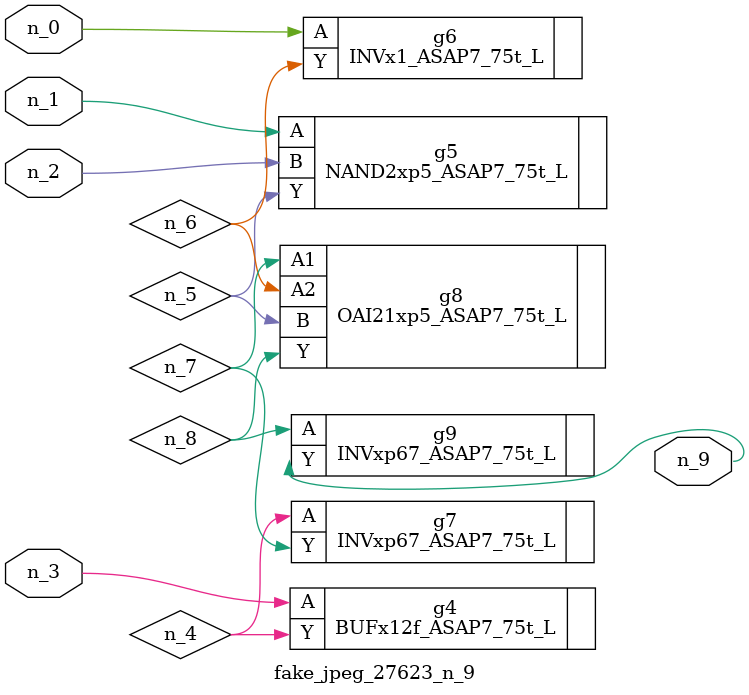
<source format=v>
module fake_jpeg_27623_n_9 (n_0, n_3, n_2, n_1, n_9);

input n_0;
input n_3;
input n_2;
input n_1;

output n_9;

wire n_4;
wire n_8;
wire n_6;
wire n_5;
wire n_7;

BUFx12f_ASAP7_75t_L g4 ( 
.A(n_3),
.Y(n_4)
);

NAND2xp5_ASAP7_75t_L g5 ( 
.A(n_1),
.B(n_2),
.Y(n_5)
);

INVx1_ASAP7_75t_L g6 ( 
.A(n_0),
.Y(n_6)
);

INVxp67_ASAP7_75t_L g7 ( 
.A(n_4),
.Y(n_7)
);

OAI21xp5_ASAP7_75t_L g8 ( 
.A1(n_7),
.A2(n_6),
.B(n_5),
.Y(n_8)
);

INVxp67_ASAP7_75t_L g9 ( 
.A(n_8),
.Y(n_9)
);


endmodule
</source>
